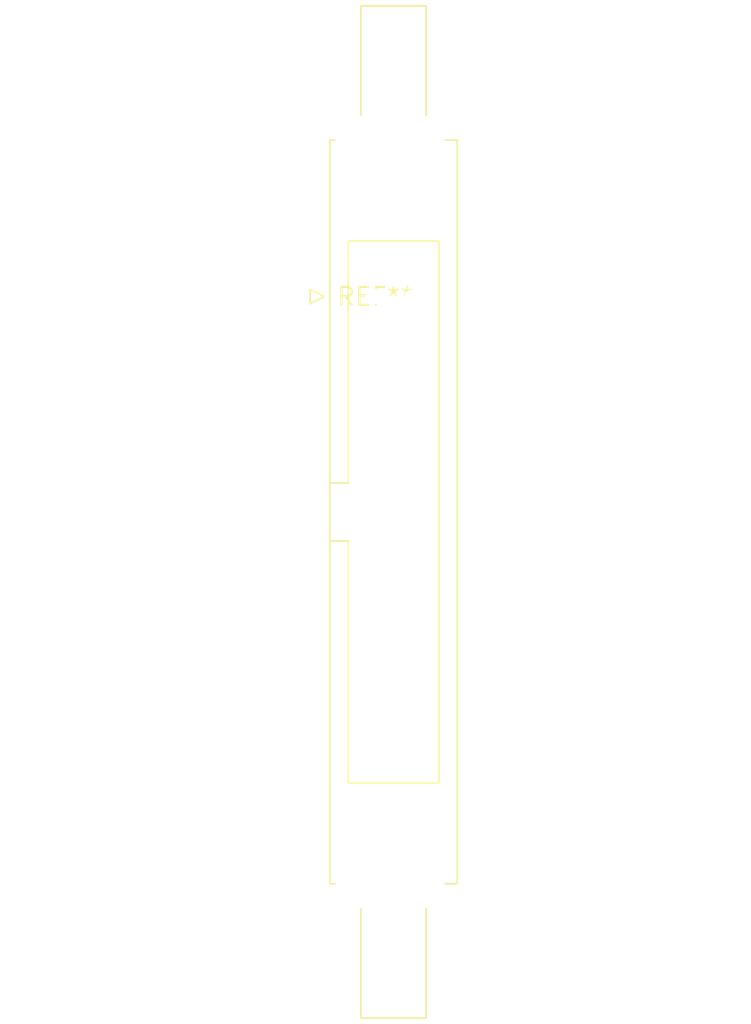
<source format=kicad_pcb>
(kicad_pcb (version 20240108) (generator pcbnew)
  (layers (0 "F.Cu" signal) (31 "B.Cu" signal) (34 "B.Paste" user) (35 "F.Paste" user) (36 "B.SilkS" user "B.Silkscreen") (37 "F.SilkS" user "F.Silkscreen") (38 "B.Mask" user) (39 "F.Mask" user) (44 "Edge.Cuts" user))
  (net 0 "")
  (footprint "IDC-Header_2x13-1MP_P2.54mm_Latch9.5mm_Vertical" (layer "F.Cu") (at 0 0)
    (property "Reference" "REF**")
    (property "Value" "IDC-Header_2x13-1MP_P2.54mm_Latch9.5mm_Vertical")
    (fp_line (start -4.63 -0.5) (end -4.63 0.5) (layer "F.SilkS") (stroke (width 0.12)))
    (fp_line (start -4.63 0.5) (end -3.63 0) (layer "F.SilkS") (stroke (width 0.12)))
    (fp_line (start -3.63 0) (end -4.63 -0.5) (layer "F.SilkS") (stroke (width 0.12)))
    (fp_line (start -3.24 -11.08) (end -3.24 41.56) (layer "F.SilkS") (stroke (width 0.12)))
    (fp_line (start -3.24 13.19) (end -1.93 13.19) (layer "F.SilkS") (stroke (width 0.12)))
    (fp_line (start -3.24 41.56) (end -2.87 41.56) (layer "F.SilkS") (stroke (width 0.12)))
    (fp_line (start -2.87 -11.08) (end -3.24 -11.08) (layer "F.SilkS") (stroke (width 0.12)))
    (fp_line (start -1.93 -3.92) (end 4.47 -3.92) (layer "F.SilkS") (stroke (width 0.12)))
    (fp_line (start -1.93 13.19) (end -1.93 -3.92) (layer "F.SilkS") (stroke (width 0.12)))
    (fp_line (start -1.93 17.29) (end -3.24 17.29) (layer "F.SilkS") (stroke (width 0.12)))
    (fp_line (start -1.93 17.29) (end -1.93 17.29) (layer "F.SilkS") (stroke (width 0.12)))
    (fp_line (start -1.93 34.4) (end -1.93 17.29) (layer "F.SilkS") (stroke (width 0.12)))
    (fp_line (start -1.04 -20.58) (end 3.58 -20.58) (layer "F.SilkS") (stroke (width 0.12)))
    (fp_line (start -1.04 -12.83) (end -1.04 -20.58) (layer "F.SilkS") (stroke (width 0.12)))
    (fp_line (start -1.04 43.31) (end -1.04 51.06) (layer "F.SilkS") (stroke (width 0.12)))
    (fp_line (start -1.04 51.06) (end 3.58 51.06) (layer "F.SilkS") (stroke (width 0.12)))
    (fp_line (start 3.58 -20.58) (end 3.58 -12.83) (layer "F.SilkS") (stroke (width 0.12)))
    (fp_line (start 3.58 51.06) (end 3.58 43.31) (layer "F.SilkS") (stroke (width 0.12)))
    (fp_line (start 4.47 -3.92) (end 4.47 34.4) (layer "F.SilkS") (stroke (width 0.12)))
    (fp_line (start 4.47 34.4) (end -1.93 34.4) (layer "F.SilkS") (stroke (width 0.12)))
    (fp_line (start 4.91 -11.08) (end 5.78 -11.08) (layer "F.SilkS") (stroke (width 0.12)))
    (fp_line (start 5.78 -11.08) (end 5.78 41.56) (layer "F.SilkS") (stroke (width 0.12)))
    (fp_line (start 5.78 41.56) (end 4.91 41.56) (layer "F.SilkS") (stroke (width 0.12)))
    (pad "1" thru_hole roundrect (at 0 0) (size 1.7 1.7) (drill 1) (layers *.Cu *.Mask) (remove_unused_layers) (roundrect_rratio 0.147059))
    (pad "2" thru_hole circle (at 2.54 0) (size 1.7 1.7) (drill 1) (layers *.Cu *.Mask) (remove_unused_layers))
    (pad "3" thru_hole circle (at 0 2.54) (size 1.7 1.7) (drill 1) (layers *.Cu *.Mask) (remove_unused_layers))
    (pad "4" thru_hole circle (at 2.54 2.54) (size 1.7 1.7) (drill 1) (layers *.Cu *.Mask) (remove_unused_layers))
    (pad "5" thru_hole circle (at 0 5.08) (size 1.7 1.7) (drill 1) (layers *.Cu *.Mask) (remove_unused_layers))
    (pad "6" thru_hole circle (at 2.54 5.08) (size 1.7 1.7) (drill 1) (layers *.Cu *.Mask) (remove_unused_layers))
    (pad "7" thru_hole circle (at 0 7.62) (size 1.7 1.7) (drill 1) (layers *.Cu *.Mask) (remove_unused_layers))
    (pad "8" thru_hole circle (at 2.54 7.62) (size 1.7 1.7) (drill 1) (layers *.Cu *.Mask) (remove_unused_layers))
    (pad "9" thru_hole circle (at 0 10.16) (size 1.7 1.7) (drill 1) (layers *.Cu *.Mask) (remove_unused_layers))
    (pad "10" thru_hole circle (at 2.54 10.16) (size 1.7 1.7) (drill 1) (layers *.Cu *.Mask) (remove_unused_layers))
    (pad "11" thru_hole circle (at 0 12.7) (size 1.7 1.7) (drill 1) (layers *.Cu *.Mask) (remove_unused_layers))
    (pad "12" thru_hole circle (at 2.54 12.7) (size 1.7 1.7) (drill 1) (layers *.Cu *.Mask) (remove_unused_layers))
    (pad "13" thru_hole circle (at 0 15.24) (size 1.7 1.7) (drill 1) (layers *.Cu *.Mask) (remove_unused_layers))
    (pad "14" thru_hole circle (at 2.54 15.24) (size 1.7 1.7) (drill 1) (layers *.Cu *.Mask) (remove_unused_layers))
    (pad "15" thru_hole circle (at 0 17.78) (size 1.7 1.7) (drill 1) (layers *.Cu *.Mask) (remove_unused_layers))
    (pad "16" thru_hole circle (at 2.54 17.78) (size 1.7 1.7) (drill 1) (layers *.Cu *.Mask) (remove_unused_layers))
    (pad "17" thru_hole circle (at 0 20.32) (size 1.7 1.7) (drill 1) (layers *.Cu *.Mask) (remove_unused_layers))
    (pad "18" thru_hole circle (at 2.54 20.32) (size 1.7 1.7) (drill 1) (layers *.Cu *.Mask) (remove_unused_layers))
    (pad "19" thru_hole circle (at 0 22.86) (size 1.7 1.7) (drill 1) (layers *.Cu *.Mask) (remove_unused_layers))
    (pad "20" thru_hole circle (at 2.54 22.86) (size 1.7 1.7) (drill 1) (layers *.Cu *.Mask) (remove_unused_layers))
    (pad "21" thru_hole circle (at 0 25.4) (size 1.7 1.7) (drill 1) (layers *.Cu *.Mask) (remove_unused_layers))
    (pad "22" thru_hole circle (at 2.54 25.4) (size 1.7 1.7) (drill 1) (layers *.Cu *.Mask) (remove_unused_layers))
    (pad "23" thru_hole circle (at 0 27.94) (size 1.7 1.7) (drill 1) (layers *.Cu *.Mask) (remove_unused_layers))
    (pad "24" thru_hole circle (at 2.54 27.94) (size 1.7 1.7) (drill 1) (layers *.Cu *.Mask) (remove_unused_layers))
    (pad "25" thru_hole circle (at 0 30.48) (size 1.7 1.7) (drill 1) (layers *.Cu *.Mask) (remove_unused_layers))
    (pad "26" thru_hole circle (at 2.54 30.48) (size 1.7 1.7) (drill 1) (layers *.Cu *.Mask) (remove_unused_layers))
    (pad "MP" thru_hole circle (at 1.02 -8.94) (size 8 8) (drill 2.69) (layers *.Cu *.Mask) (remove_unused_layers))
    (pad "MP" thru_hole circle (at 1.02 39.42) (size 8 8) (drill 2.69) (layers *.Cu *.Mask) (remove_unused_layers))
  )
)
</source>
